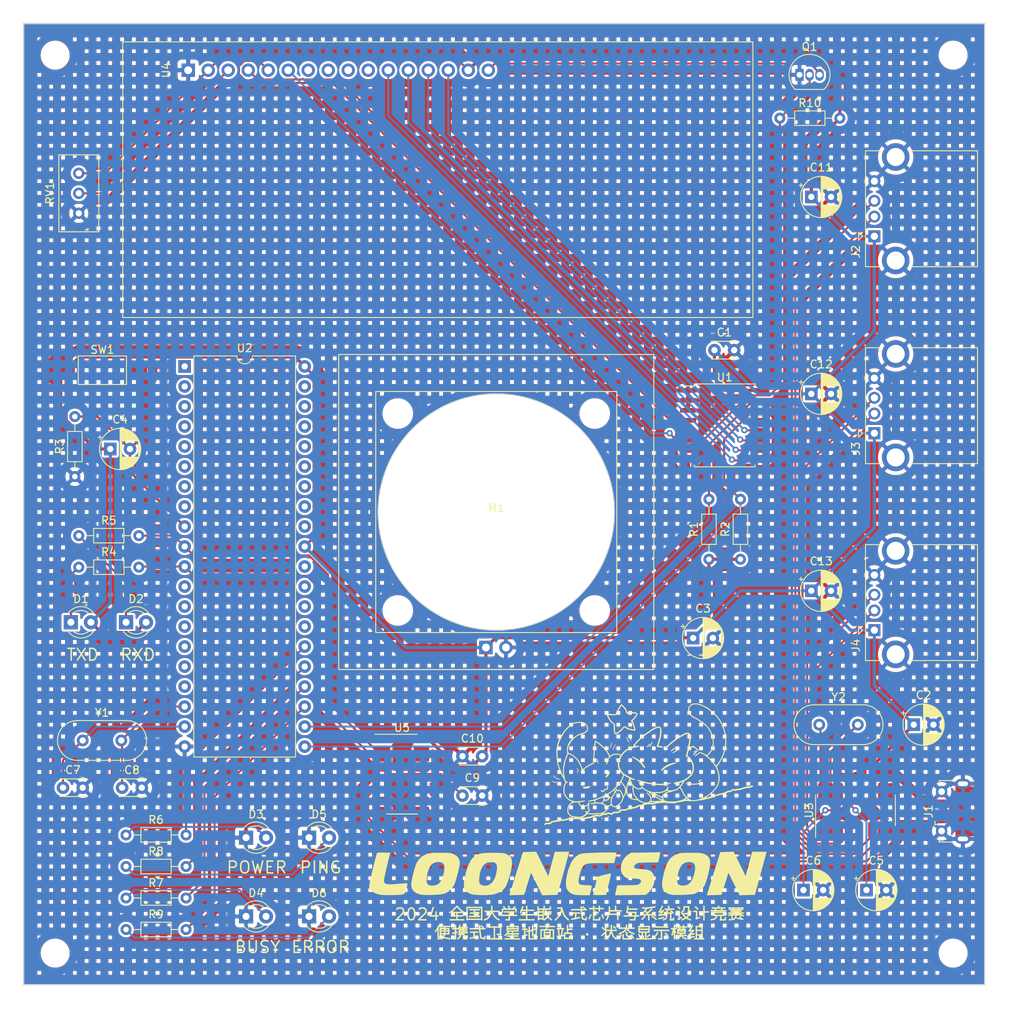
<source format=kicad_pcb>
(kicad_pcb (version 20221018) (generator pcbnew)
  (layers (0 "F.Cu" signal) (31 "B.Cu" signal) (34 "B.Paste" user) (35 "F.Paste" user) (36 "B.SilkS" user "B.Silkscreen") (37 "F.SilkS" user "F.Silkscreen") (38 "B.Mask" user) (39 "F.Mask" user) (44 "Edge.Cuts" user))
  (net 0 "")
  (net 1 "+5V")
  (net 2 "GND")
  (net 3 "Net-(U2-~{RESET})")
  (net 4 "Net-(U3-VDD33)")
  (net 5 "Net-(U3-VDD18)")
  (net 6 "Net-(U2-X2)")
  (net 7 "Net-(U5-V3)")
  (net 8 "Net-(D3-A)")
  (net 9 "Net-(D4-A)")
  (net 10 "/USB_DM")
  (net 11 "/USB_DP")
  (net 13 "/USB2_DM")
  (net 14 "/USB2_DP")
  (net 15 "/USB3_DM")
  (net 16 "/USB3_DP")
  (net 17 "/USB4_DM")
  (net 18 "/USB4_DP")
  (net 19 "/EXP_P3")
  (net 20 "Net-(Q1-C)")
  (net 21 "/MCU_SDA")
  (net 22 "/MCU_SCL")
  (net 23 "/MCU_POWER")
  (net 24 "/MCU_BUSY")
  (net 25 "/MCU_ERROR")
  (net 26 "Net-(U4-VO)")
  (net 27 "/EXP_P0")
  (net 28 "/EXP_P1")
  (net 29 "/EXP_P2")
  (net 30 "/EXP_P4")
  (net 31 "/EXP_P5")
  (net 32 "/EXP_P6")
  (net 33 "/EXP_P7")
  (net 43 "/MCU_TXD")
  (net 44 "/MCU_RXD")
  (net 51 "Net-(U2-X1)")
  (net 64 "/USB1_DM")
  (net 65 "/USB1_DP")
  (net 66 "Net-(U3-XOUT)")
  (net 67 "Net-(U3-XIN)")
  (net 81 "Net-(D1-K)")
  (net 82 "Net-(D2-K)")
  (net 83 "Net-(D5-A)")
  (net 84 "Net-(D6-A)")
  (net 85 "/MCU_PING")
  (footprint "Connector_USB:USB_A_CONNFLY_DS1095-WNR0" (layer "F.Cu") (at 171 90 90)
    (fp_text reference "J3")
    (fp_text value "USB_A")
  )
  (footprint "Capacitor_THT:C_Disc_D3.0mm_W2.0mm_P2.50mm" (layer "F.Cu") (at 150.7 79.45)
    (fp_text reference "C1")
    (fp_text value "0.1uF")
  )
  (footprint "Crystal:Crystal_HC18-U_Vertical" (layer "F.Cu") (at 164 127)
    (fp_text reference "Y2")
    (fp_text value "12MHz")
  )
  (footprint "Resistor_THT:R_Axial_DIN0204_L3.6mm_D1.6mm_P7.62mm_Horizontal" (layer "F.Cu") (at 150 106 90)
    (fp_text reference "R1")
    (fp_text value "10k")
  )
  (footprint "Logo:Loongson" (layer "F.Cu") (at 132.088388 145.845837)
    (fp_text reference "G***" hide)
    (fp_text value "LOGO" hide)
  )
  (footprint "Resistor_THT:R_Axial_DIN0204_L3.6mm_D1.6mm_P7.62mm_Horizontal" (layer "F.Cu") (at 159 50)
    (fp_text reference "R10")
    (fp_text value "4.7k")
  )
  (footprint "MountingHole:MountingHole_3.2mm_M3" (layer "F.Cu") (at 181 156)
    (fp_text reference "H3" hide)
    (fp_text value "MountingHole")
  )
  (footprint "OpenStation:Fan_30x30mm" (layer "F.Cu") (at 123 100)
    (fp_text reference "M1")
    (fp_text value "Fan")
    (fp_circle (center 0 0) (end 15 0) (stroke (width 0.12)) (fill none) (layer "Edge.Cuts"))
  )
  (footprint "Package_DIP:DIP-40_W15.24mm" (layer "F.Cu") (at 83.44 81.52)
    (fp_text reference "U2")
    (fp_text value "AT89C52")
  )
  (footprint "Capacitor_THT:CP_Radial_D5.0mm_P2.50mm" (layer "F.Cu") (at 148 116)
    (fp_text reference "C3")
    (fp_text value "4.7uF")
  )
  (footprint "Connector_USB:USB_A_CONNFLY_DS1095-WNR0" (layer "F.Cu") (at 171 115 90)
    (fp_text reference "J4")
    (fp_text value "USB_A")
  )
  (footprint "Resistor_THT:R_Axial_DIN0204_L3.6mm_D1.6mm_P7.62mm_Horizontal" (layer "F.Cu") (at 69.5 95.5 90)
    (fp_text reference "R3")
    (fp_text value "10k")
  )
  (footprint "LED_THT:LED_D3.0mm" (layer "F.Cu") (at 91.235 141.34)
    (fp_text reference "D3")
    (fp_text value "LED")
  )
  (footprint "Button_Switch_SMD:SW_SPST_FSMSM" (layer "F.Cu") (at 73 82)
    (fp_text reference "SW1")
    (fp_text value "SW_Push")
  )
  (footprint "Resistor_THT:R_Axial_DIN0204_L3.6mm_D1.6mm_P7.62mm_Horizontal" (layer "F.Cu") (at 70 107)
    (fp_text reference "R4")
    (fp_text value "1k")
  )
  (footprint "Capacitor_THT:C_Disc_D3.0mm_W2.0mm_P2.50mm" (layer "F.Cu") (at 118.71 131)
    (fp_text reference "C10")
    (fp_text value "0.1uF")
  )
  (footprint "LED_THT:LED_D3.0mm" (layer "F.Cu") (at 99.235 151.34)
    (fp_text reference "D6")
    (fp_text value "LED")
  )
  (footprint "Capacitor_THT:CP_Radial_D5.0mm_P2.50mm" (layer "F.Cu") (at 74 92)
    (fp_text reference "C4")
    (fp_text value "10uF")
  )
  (footprint "Capacitor_THT:CP_Radial_D5.0mm_P2.50mm" (layer "F.Cu") (at 163 110)
    (fp_text reference "C13")
    (fp_text value "10uF")
  )
  (footprint "Resistor_THT:R_Axial_DIN0204_L3.6mm_D1.6mm_P7.62mm_Horizontal" (layer "F.Cu") (at 76 153)
    (fp_text reference "R9")
    (fp_text value "1k")
  )
  (footprint "Capacitor_THT:CP_Radial_D5.0mm_P2.50mm" (layer "F.Cu") (at 163 60)
    (fp_text reference "C11")
    (fp_text value "10uF")
  )
  (footprint "Potentiometer_THT:Potentiometer_Bourns_3296W_Vertical" (layer "F.Cu") (at 70 57 90)
    (fp_text reference "RV1")
    (fp_text value "100k")
  )
  (footprint "MountingHole:MountingHole_3.2mm_M3" (layer "F.Cu") (at 67 156)
    (fp_text reference "H4" hide)
    (fp_text value "MountingHole")
  )
  (footprint "Package_SO:SOIC-16W_7.5x10.3mm_P1.27mm" (layer "F.Cu") (at 152 89)
    (fp_text reference "U1")
    (fp_text value locked "PCF8574")
  )
  (footprint "Resistor_THT:R_Axial_DIN0204_L3.6mm_D1.6mm_P7.62mm_Horizontal" (layer "F.Cu") (at 76 141)
    (fp_text reference "R6")
    (fp_text value "1k")
  )
  (footprint "Capacitor_THT:C_Disc_D3.0mm_W2.0mm_P2.50mm" (layer "F.Cu") (at 118.71 136)
    (fp_text reference locked "C9")
    (fp_text value "0.1uF")
  )
  (footprint "Connector_USB:USB_Micro-B_Molex-105017-0001" (layer "F.Cu") (at 181 138 90)
    (fp_text reference "J1")
    (fp_text value "USB_B_Micro")
  )
  (footprint "LED_THT:LED_D3.0mm" (layer "F.Cu") (at 99.235 141.34)
    (fp_text reference "D5")
    (fp_text value "LED")
  )
  (footprint "Package_SO:SOIC-16_3.9x9.9mm_P1.27mm" (layer "F.Cu") (at 111.03 133.28)
    (fp_text reference locked "U5")
    (fp_text value "CH340C")
  )
  (footprint "Crystal:Crystal_HC18-U_Vertical" (layer "F.Cu") (at 70.5 129)
    (fp_text reference "Y1")
    (fp_text value "11.0592MHz")
  )
  (footprint "Capacitor_THT:C_Disc_D3.0mm_W2.0mm_P2.50mm" (layer "F.Cu") (at 68 135)
    (fp_text reference "C7")
    (fp_text value "20pF")
  )
  (footprint "Capacitor_THT:CP_Radial_D5.0mm_P2.50mm" (layer "F.Cu") (at 163 85)
    (fp_text reference "C12")
    (fp_text value locked "10uF")
  )
  (footprint "LED_THT:LED_D3.0mm" (layer "F.Cu") (at 76 114)
    (fp_text reference "D2")
    (fp_text value "LED")
  )
  (footprint "Package_SO:SOIC-16_3.9x9.9mm_P1.27mm" (layer "F.Cu") (at 168.605 137.865 90)
    (fp_text reference "U3")
    (fp_text value "SL2.1A")
  )
  (footprint "MountingHole:MountingHole_3.2mm_M3" (layer "F.Cu") (at 67 42)
    (fp_text reference "H1" hide)
    (fp_text value "MountingHole")
  )
  (footprint "Capacitor_THT:CP_Radial_D5.0mm_P2.50mm" (layer "F.Cu") (at 176 127)
    (fp_text reference "C2")
    (fp_text value "10uF")
  )
  (footprint "OpenStation:LCD1602" (layer "F.Cu") (at 83.89 43.91 90)
    (fp_text reference "U4")
    (fp_text value "LCD1602")
  )
  (footprint "Resistor_THT:R_Axial_DIN0204_L3.6mm_D1.6mm_P7.62mm_Horizontal" (layer "F.Cu") (at 70 103)
    (fp_text reference "R5")
    (fp_text value "1k")
  )
  (footprint "Connector_USB:USB_A_CONNFLY_DS1095-WNR0" (layer "F.Cu") (at 171 65 90)
    (fp_text reference "J2")
    (fp_text value "USB_A")
  )
  (footprint "Logo:Cat" (layer "F.Cu") (at 142.18 132.28)
    (fp_text reference "G***" hide)
    (fp_text value "LOGO" hide)
  )
  (footprint "Resistor_THT:R_Axial_DIN0204_L3.6mm_D1.6mm_P7.62mm_Horizontal" (layer "F.Cu") (at 76 149)
    (fp_text reference "R7")
    (fp_text value "1k")
  )
  (footprint "Resistor_THT:R_Axial_DIN0204_L3.6mm_D1.6mm_P7.62mm_Horizontal" (layer "F.Cu") (at 76 145)
    (fp_text reference "R8")
    (fp_text value "1k")
  )
  (footprint "LED_THT:LED_D3.0mm" (layer "F.Cu") (at 69 114)
    (fp_text reference "D1")
    (fp_text value "LED")
  )
  (footprint "MountingHole:MountingHole_3.2mm_M3" (layer "F.Cu") (at 181 42)
    (fp_text reference "H2" hide)
    (fp_text value "MountingHole")
  )
  (footprint "LED_THT:LED_D3.0mm" (layer "F.Cu") (at 91.235 151.34)
    (fp_text reference "D4")
    (fp_text value "LED")
  )
  (footprint "Package_TO_SOT_THT:TO-92_Inline" (layer "F.Cu") (at 161.5 44.5)
    (fp_text reference "Q1")
    (fp_text value "S8050")
  )
  (footprint "Capacitor_THT:C_Disc_D3.0mm_W2.0mm_P2.50mm" (layer "F.Cu") (at 75.5 135)
    (fp_text reference "C8")
    (fp_text value "20pF")
  )
  (footprint "Capacitor_THT:CP_Radial_D5.0mm_P2.50mm" (layer "F.Cu") (at 170 148)
    (fp_text reference "C5")
    (fp_text value "10uF")
  )
  (footprint "Resistor_THT:R_Axial_DIN0204_L3.6mm_D1.6mm_P7.62mm_Horizontal" (layer "F.Cu") (at 154 106 90)
    (fp_text reference "R2")
    (fp_text value "10k")
  )
  (footprint "Capacitor_THT:CP_Radial_D5.0mm_P2.50mm" (layer "F.Cu") (at 162 148)
    (fp_text reference "C6")
    (fp_text value "10uF")
  )
  (gr_rect locked (start 63 38) (end 185 160) (stroke (width 0.15)) (fill none) (layer "Edge.Cuts"))
  (gr_text locked "BUSY" (at 92.7 156.1) (layer "F.SilkS") (effects (font (size 1.5 1.5) (thickness 0.1875)) (justify bottom)))
  (gr_text locked "RXD" (at 77.5 119) (layer "F.SilkS") (effects (font (size 1.5 1.5) (thickness 0.1875)) (justify bottom)))
  (gr_text locked "ERROR" (at 100.7 156.1) (layer "F.SilkS") (effects (font (size 1.5 1.5) (thickness 0.1875)) (justify bottom)))
  (gr_text locked "2024 全国大学生嵌入式芯片与系统设计竞赛\n便携式卫星地面站 · 状态显示模组" (at 132.33 154.38) (layer "F.SilkS") (effects (font (size 1.5 1.5) (thickness 0.1875)) (justify bottom)))
  (gr_text locked "TXD" (at 70.5 119) (layer "F.SilkS") (effects (font (size 1.5 1.5) (thickness 0.1875)) (justify bottom)))
  (gr_text locked "PING" (at 100.7 146) (layer "F.SilkS") (effects (font (size 1.5 1.5) (thickness 0.1875)) (justify bottom)))
  (gr_text locked "POWER" (at 92.6 146) (layer "F.SilkS") (effects (font (size 1.5 1.5) (thickness 0.1875)) (justify bottom)))
  (segment locked (start 88.055 42.285) (end 117.825 42.285) (width 0.25) (layer "F.Cu") (net 1))
  (segment locked (start 150 106) (end 150 114) (width 0.4) (layer "F.Cu") (net 1))
  (segment locked (start 98.68 104.38) (end 99.83 103.23) (width 0.3) (layer "F.Cu") (net 1))
  (segment locked (start 120.01 132.2) (end 117.77 132.2) (width 0.4) (layer "F.Cu") (net 1))
  (segment locked (start 170.51 135.876974) (end 173.933026 139.3) (width 0.4) (layer "F.Cu") (net 1))
  (segment locked (start 121.21 131) (end 120.01 132.2) (width 0.4) (layer "F.Cu") (net 1))
  (segment locked (start 163.608148 42.535) (end 120.825 42.535) (width 0.4) (layer "F.Cu") (net 1))
  (segment locked (start 70.09 80.32) (end 97.48 80.32) (width 0.4) (layer "F.Cu") (net 1))
  (segment locked (start 86.43 43.91) (end 73.34 57) (width 0.25) (layer "F.Cu") (net 1))
  (segment locked (start 114.405 128.835) (end 113.505 128.835) (width 0.4) (layer "F.Cu") (net 1))
  (segment locked (start 173.933026 139.3) (end 179.5375 139.3) (width 0.4) (layer "F.Cu") (net 1))
  (segment locked (start 77.24 115.3) (end 78.54 114) (width 0.4) (layer "F.Cu") (net 1))
  (segment locked (start 121.69 130.52) (end 121.21 131) (width 0.4) (layer "F.Cu") (net 1))
  (segment locked (start 68.41 82) (end 68.4 82.01) (width 0.4) (layer "F.Cu") (net 1))
  (segment locked (start 147.95 115.95) (end 148 116) (width 0.4) (layer "F.Cu") (net 1))
  (segment locked (start 166.62 45.546852) (end 163.608148 42.535) (width 0.4) (layer "F.Cu") (net 1))
  (segment locked (start 97.48 80.32) (end 98.68 81.52) (width 0.4) (layer "F.Cu") (net 1))
  (segment locked (start 170.51 135.39) (end 170.51 132.49) (width 0.4) (layer "F.Cu") (net 1))
  (segment locked (start 154 106) (end 150 106) (width 0.4) (layer "F.Cu") (net 1))
  (segment locked (start 68.4 82.01) (end 68.4 88.335635) (width 0.4) (layer "F.Cu") (net 1))
  (segment locked (start 152.265 84.555) (end 156.65 84.555) (width 0.4) (layer "F.Cu") (net 1))
  (segment locked (start 99.83 103.23) (end 99.83 82.67) (width 0.3) (layer "F.Cu") (net 1))
  (segment locked (start 117.825 42.285) (end 119.45 43.91) (width 0.25) (layer "F.Cu") (net 1))
  (segment locked (start 86.43 43.91) (end 88.055 42.285) (width 0.25) (layer "F.Cu") (net 1))
  (segment locked (start 166.62 50) (end 166.62 45.546852) (width 0.4) (layer "F.Cu") (net 1))
  (segment locked (start 120.825 42.535) (end 119.45 43.91) (width 0.4) (layer "F.Cu") (net 1))
  (segment locked (start 122.94 115.95) (end 147.95 115.95) (width 0.4) (layer "F.Cu") (net 1))
  (segment locked (start 68.4 88.335635) (end 72.064365 92) (width 0.4) (layer "F.Cu") (net 1))
  (segment locked (start 163 60) (end 163 53.62) (width 0.4) (layer "F.Cu") (net 1))
  (segment locked (start 68.41 82) (end 70.09 80.32) (width 0.4) (layer "F.Cu") (net 1))
  (segment locked (start 72.84 115.3) (end 77.24 115.3) (width 0.4) (layer "F.Cu") (net 1))
  (segment locked (start 71.54 114) (end 72.84 115.3) (width 0.4) (layer "F.Cu") (net 1))
  (segment locked (start 121.69 117.2) (end 121.69 130.52) (width 0.4) (layer "F.Cu") (net 1))
  (segment locked (start 72.064365 92) (end 74 92) (width 0.4) (layer "F.Cu") (net 1))
  (segment locked (start 73.34 57) (end 70 57) (width 0.25) (layer "F.Cu") (net 1))
  (segment locked (start 163 53.62) (end 166.62 50) (width 0.4) (layer "F.Cu") (net 1))
  (segment locked (start 99.83 82.67) (end 98.68 81.52) (width 0.3) (layer "F.Cu") (net 1))
  (segment locked (start 170.51 132.49) (end 176 127) (width 0.4) (layer "F.Cu") (net 1))
  (segment locked (start 150 114) (end 148 116) (width 0.4) (layer "F.Cu") (net 1))
  (segment locked (start 150.7 82.99) (end 152.265 84.555) (width 0.4) (layer "F.Cu") (net 1))
  (segment locked (start 150.7 79.45) (end 150.7 82.99) (width 0.4) (layer "F.Cu") (net 1))
  (segment locked (start 121.69 117.2) (end 122.94 115.95) (width 0.4) (layer "F.Cu") (net 1))
  (segment locked (start 117.77 132.2) (end 114.405 128.835) (width 0.4) (layer "F.Cu") (net 1))
  (segment locked (start 171 65) (end 171 77) (width 0.4) (layer "B.Cu") (net 1))
  (segment locked (start 121.69 117.2) (end 111.5 117.2) (width 0.4) (layer "B.Cu") (net 1))
  (segment locked (start 163 110) (end 168 115) (width 0.4) (layer "B.Cu") (net 1))
  (segment locked (start 74 111.54) (end 71.54 114) (width 0.4) (layer "B.Cu") (net 1))
  (segment locked (start 163 85) (end 156.25 85) (width 0.4) (layer "B.Cu") (net 1))
  (segment locked (start 163 60) (end 168 65) (width 0.4) (layer "B.Cu") (net 1))
  (segment locked (start 168 90) (end 171 90) (width 0.4) (layer "B.Cu") (net 1))
  (segment locked (start 171 90) (end 171 102) (width 0.4) (layer "B.Cu") (net 1))
  (segment locked (start 111.5 117.2) (end 98.68 104.38) (width 0.4) (layer "B.Cu") (net 1))
  (segment locked (start 74 92) (end 74 111.54) (width 0.4) (layer "B.Cu") (net 1))
  (segment locked (start 168 115) (end 171 115) (width 0.4) (layer "B.Cu") (net 1))
  (segment locked (start 156.25 85) (end 150.7 79.45) (width 0.4) (layer "B.Cu") (net 1))
  (segment locked (start 148 116) (end 154 110) (width 0.4) (layer "B.Cu") (net 1))
  (segment locked (start 171 77) (end 163 85) (width 0.4) (layer "B.Cu") (net 1))
  (segment locked (start 171 102) (end 163 110) (width 0.4) (layer "B.Cu") (net 1))
  (segment locked (start 163 85) (end 168 90) (width 0.4) (layer "B.Cu") (net 1))
  (segment locked (start 154 110) (end 163 110) (width 0.4) (layer "B.Cu") (net 1))
  (segment locked (start 176 127) (end 171 122) (width 0.4) (layer "B.Cu") (net 1))
  (segment locked (start 171 122) (end 171 115) (width 0.4) (layer "B.Cu") (net 1))
  (segment locked (start 168 65) (end 171 65) (width 0.4) (layer "B.Cu") (net 1))
  (segment locked (start 76.5 94.9) (end 76.5 92) (width 0.3) (layer "F.Cu") (net 3))
  (segment locked (start 83.44 101.84) (end 76.5 94.9) (width 0.3) (layer "F.Cu") (net 3))
  (segment locked (start 77.59 82) (end 77.59 90.91) (width 0.3) (layer "F.Cu") (net 3))
  (segment locked (start 76.5 92) (end 72.38 87.88) (width 0.3) (layer "F.Cu") (net 3))
  (segment locked (start 72.38 87.88) (end 69.5 87.88) (width 0.3) (layer "F.Cu") (net 3))
  (segment locked (start 77.59 90.91) (end 76.5 92) (width 0.3) (layer "F.Cu") (net 3))
  (segment locked (start 167.97 137.23) (end 168.605 137.865) (width 0.25) (layer "F.Cu") (net 4))
  (segment locked (start 167.97 135.39) (end 167.97 137.23) (width 0.25) (layer "F.Cu") (net 4))
  (via locked (at 168.605 137.865) (size 0.8) (drill 0.4) (layers "F.Cu" "B.Cu") (net 4))
  (segment locked (start 170 139.26) (end 170 148) (width 0.25) (layer "B.Cu") (net 4))
  (segment locked (start 168.605 137.865) (end 170 139.26) (width 0.25) (layer "B.Cu") (net 4))
  (segment locked (start 166.7 137.01) (end 166.7 135.39) (width 0.25) (layer "F.Cu") (net 5))
  (segment locked (start 165.845 137.865) (end 166.7 137.01) (width 0.25) (layer "F.Cu") (net 5))
  (segment locked (start 164.78 137.865) (end 165.845 137.865) (width 0.25) (layer "F.Cu") (net 5))
  (via locked (at 164.78 137.865) (size 0.8) (drill 0.4) (layers "F.Cu" "B.Cu") (net 5))
  (segment locked (start 164.78 137.865) (end 162 140.645) (width 0.25) (layer "B.Cu") (net 5))
  (segment locked (start 162 140.645) (end 162 148) (width 0.25) (layer "B.Cu") (net 5))
  (segment locked (start 68 135) (end 68 131.5) (width 0.25) (layer "F.Cu") (net 6))
  (segment locked (start 68 131.5) (end 70.5 129) (width 0.25) (layer "F.Cu") (net 6))
  (segment locked (start 83.44 127.24) (end 72.26 127.24) (width 0.25) (layer "B.Cu") (net 6))
  (segment locked (start 72.26 127.24) (end 70.5 129) (width 0.25) (layer "B.Cu") (net 6))
  (segment locked (start 108.555 132.645) (end 109.18 133.27) (width 0.25) (layer "F.Cu") (net 7))
  (segment locked (start 115.98 133.27) (end 118.71 136) (width 0.25) (layer "F.Cu") (net 7))
  (segment locked (start 109.18 133.27) (end 115.98 133.27) (width 0.25) (layer "F.Cu") (net 7))
  (segment locked (start 92.41 139.975) (end 77.025 139.975) (width 0.25) (layer "B.Cu") (net 8))
  (segment locked (start 77.025 139.975) (end 76 141) (width 0.25) (layer "B.Cu") (net 8))
  (segment locked (start 93.775 141.34) (end 92.41 139.975) (width 0.25) (layer "B.Cu") (net 8))
  (segment locked (start 90.41 147.975) (end 93.775 151.34) (width 0.25) (layer "B.Cu") (net 9))
  (segment locked (start 76 149) (end 77.025 147.975) (width 0.25) (layer "B.Cu") (net 9))
  (segment locked (start 77.025 147.975) (end 90.41 147.975) (width 0.25) (layer "B.Cu") (net 9))
  (segment locked (start 176.31 138.65) (end 173.05 135.39) (width 0.25) (layer "F.Cu") (net 10))
  (segment locked (start 179.5375 138.65) (end 176.31 138.65) (width 0.25) (layer "F.Cu") (net 10))
  (segment locked (start 173.400908 134.09) (end 172.105001 134.09) (width 0.25) (layer "F.Cu") (net 11))
  (segment locked (start 172.105001 134.09) (end 171.78 134.415001) (width 0.25) (layer "F.Cu") (net 11))
  (segment locked (start 177.310908 138) (end 173.400908 134.09) (width 0.25) (layer "F.Cu") (net 11))
  (segment locked (start 171.78 134.415001) (end 171.78 135.39) (width 0.25) (layer "F.Cu") (net 11))
  (segment locked (start 179.5375 138) (end 177.310908 138) (width 0.25) (layer "F.Cu") (net 11))
  (segment locked (start 166.970908 142.99) (end 163.193604 142.99) (width 0.25) (layer "F.Cu") (net 13))
  (segment locked (start 160.975 140.771396) (end 160.975 72.525) (width 0.25) (layer "F.Cu") (net 13))
  (segment locked (start 160.975 72.525) (end 171 62.5) (width 0.25) (layer "F.Cu") (net 13))
  (segment locked (start 169.24 140.720908) (end 166.970908 142.99) (width 0.25) (layer "F.Cu") (net 13))
  (segment locked (start 163.193604 142.99) (end 160.975 140.771396) (width 0.25) (layer "F.Cu") (net 13))
  (segment locked (start 170.51 140.34) (end 170.51 141.314999) (width 0.25) (layer "F.Cu") (net 14))
  (segment locked (start 168.384999 143.44) (end 163.007208 143.44) (width 0.25) (layer "F.Cu") (net 14))
  (segment locked (start 163.007208 143.44) (end 160.525 140.957792) (width 0.25) (layer "F.Cu") (net 14))
  (segment locked (start 160.525 140.957792) (end 160.525 70.975) (width 0.25) (layer "F.Cu") (net 14))
  (segment locked (start 160.525 70.975) (end 171 60.5) (width 0.25) (layer "F.Cu") (net 14))
  (segment locked (start 170.51 141.314999) (end 168.384999 143.44) (width 0.25) (layer "F.Cu") (net 14))
  (segment locked (start 165.924999 142.09) (end 166.7 141.314999) (width 0.25) (layer "F.Cu") (net 15))
  (segment locked (start 171 87.5) (end 161.875 96.625) (width 0.25) (layer "F.Cu") (net 15))
  (segment locked (start 161.875 96.625) (end 161.875 140.342304) (width 0.25) (layer "F.Cu") (net 15))
  (segment locked (start 161.875 140.342304) (end 163.622696 142.09) (width 0.25) (layer "F.Cu") (net 15))
  (segment locked (start 163.622696 142.09) (end 165.924999 142.09) (width 0.25) (layer "F.Cu") (net 15))
  (segment locked (start 166.7 141.314999) (end 166.7 140.34) (width 0.25) (layer "F.Cu") (net 15))
  (segment locked (start 163.38 142.54) (end 161.425 140.585) (width 0.25) (layer "F.Cu") (net 16))
  (segment locked (start 161.425 95.075) (end 171 85.5) (width 0.25) (layer "F.Cu") (net 16))
  (segment locked (start 166.150908 142.54) (end 163.38 142.54) (width 0.25) (layer "F.Cu") (net 16))
  (segment locked (start 167.97 140.720908) (end 166.150908 142.54) (width 0.25) (layer "F.Cu") (net 16))
  (segment locked (start 161.425 140.585) (end 161.425 95.075) (width 0.25) (layer "F.Cu") (net 16))
  (segment locked (start 162.925 139.105) (end 162.925 120.575) (width 0.25) (layer "F.Cu") (net 17))
  (segment locked (start 164.16 140.34) (end 162.925 139.105) (width 0.25) (layer "F.Cu") (net 17))
  (segment locked (start 162.925 120.575) (end 171 112.5) (width 0.25) (layer "F.Cu") (net 17))
  (segment locked (start 165.104999 141.64) (end 163.809092 141.64) (width 0.25) (layer "F.Cu") (net 18))
  (segment locked (start 162.475 119.025) (end 171 110.5) (width 0.25) (layer "F.Cu") (net 18))
  (segment locked (start 163.809092 141.64) (end 162.475 140.305908) (width 0.25) (layer "F.Cu") (net 18))
  (segment locked (start 165.43 141.314999) (end 165.104999 141.64) (width 0.25) (layer "F.Cu") (net 18))
  (segment locked (start 162.475 140.305908) (end 162.475 119.025) (width 0.25) (layer "F.Cu") (net 18))
  (segment locked (start 165.43 140.34) (end 165.43 141.314999) (width 0.25) (layer "F.Cu") (net 18))
  (segment locked (start 154.99 85.2) (end 148.015 92.175) (width 0.25) (layer "F.Cu") (net 19))
  (segment locked (start 162.77 44.5) (end 162.77 46.23) (width 0.25) (layer "F.Cu") (net 19))
  (segment locked (start 159 50) (end 159 83.905908) (width 0.25) (layer "F.Cu") (net 19))
  (segment locked (start 157.705908 85.2) (end 154.99 85.2) (width 0.25) (layer "F.Cu") (net 19))
  (segment locked (start 148.015 92.175) (end 147.35 92.175) (width 0.25) (layer "F.Cu") (net 19))
  (segment locked (start 162.77 46.23) (end 159 50) (width 0.25) (layer "F.Cu") (net 19))
  (segment locked (start 159 83.905908) (end 157.705908 85.2) (width 0.25) (layer "F.Cu") (net 19))
  (segment locked (start 122.84 43.06) (end 121.99 43.91) (width 0.25) (layer "F.Cu") (net 20))
  (segment locked (start 164.04 44.275) (end 162.825 43.06) (width 0.25) (layer "F.Cu") (net 20))
  (segment locked (start 164.04 44.5) (end 164.04 44.275) (width 0.25) (layer "F.Cu") (net 20))
  (segment locked (start 162.825 43.06) (end 122.84 43.06) (width 0.25) (layer "F.Cu") (net 20))
  (segment locked (start 155.625001 85.825) (end 150 91.450001) (width 0.25) (layer "F.Cu") (net 21))
  (segment locked (start 150 91.450001) (end 150 98.38) (width 0.25) (layer "F.Cu") (net 21))
  (segment locked (start 156.65 85.825) (end 155.625001 85.825) (width 0.25) (layer "F.Cu") (net 21))
  (segment locked (start 98.68 127.24) (end 123.694493 127.24) (width 0.25) (layer "B.Cu") (net 21))
  (segment locked (start 123.694493 127.24) (end 150 100.934493) (width 0.25) (layer "B.Cu") (net 21))
  (segment locked (start 150 100.934493) (end 150 98.38) (width 0.25) (layer "B.Cu") (net 21))
  (segment locked (start 151.93 90.790001) (end 151.93 96.31) (width 0.25) (layer "F.Cu") (net 22))
  (segment locked (start 156.65 87.095) (end 155.625001 87.095) (width 0.25) (layer "F.Cu") (net 22))
  (segment locked (start 155.625001 87.095) (end 151.93 90.790001) (width 0.25) (layer "F.Cu") (net 22))
  (segment locked (start 151.93 96.31) (end 154 98.38) (width 0.25) (layer "F.Cu") (net 22))
  (segment locked (start 154 99.41) (end 123.63 129.78) (width 0.25) (layer "B.Cu") (net 22))
  (segment locked (start 123.63 129.78) (end 98.68 129.78) (width 0.25) (layer "B.Cu") (net 22))
  (segment locked (start 154 98.38) (end 154 99.41) (width 0.25) (layer "B.Cu") (net 22))
  (segment locked (start 83.62 141) (end 83.62 132.14) (width 0.25) (layer "F.Cu") (net 23))
  (segment locked (start 83.62 132.14) (end 98.68 117.08) (width 0.25) (layer "F.Cu") (net 23))
  (segment locked (start 85.96 146.66) (end 83.62 149) (width 0.25) (layer "F.Cu") (net 24))
  (segment locked (start 98.68 122.16) (end 85.96 134.88) (width 0.25) (layer "F.Cu") (net 24))
  (segment locked (start 85.96 134.88) (end 85.96 146.66) (width 0.25) (layer "F.Cu") (net 24))
  (segment locked (start 87.24 136.14) (end 87.24 149.38) (width 0.25) (layer "F.Cu") (net 25))
  (segment locked (start 87.24 149.38) (end 83.62 153) (width 0.25) (layer "F.Cu") (net 25))
  (segment locked (start 98.68 124.7) (end 87.24 136.14) (width 0.25) (layer "F.Cu") (net 25))
  (segment locked (start 88.97 43.91) (end 73.34 59.54) (width 0.25) (layer "F.Cu") (net 26))
  (segment locked (start 73.34 59.54) (end 70 59.54) (width 0.25) (layer "F.Cu") (net 26))
  (segment locked (start 146.325001 88.365) (end 103.045001 45.085) (width 0.25) (layer "F.Cu") (net 27))
  (segment locked (start 103.045001 45.085) (end 92.685 45.085) (width 0.25) (layer "F.Cu") (net 27))
  (segment locked (start 92.685 45.085) (end 91.51 43.91) (width 0.25) (layer "F.Cu") (net 27))
  (segment locked (start 147.35 88.365) (end 146.325001 88.365) (width 0.25) (layer "F.Cu") (net 27))
  (segment locked (start 91.473299 45.535) (end 90.335 44.396701) (width 0.25) (layer "F.Cu") (net 28))
  (segment locked (start 90.335 44.396701) (end 90.335 43.423299) (width 0.25) (layer "F.Cu") (net 28))
  (segment locked (start 90.335 43.423299) (end 91.023299 42.735) (width 0.25) (layer "F.Cu") (net 28))
  (segment locked (start 92.875 42.735) (end 94.05 43.91) (width 0.25) (layer "F.Cu") (net 28))
  (segment locked (start 102.225001 45.535) (end 91.473299 45.535) (width 0.25) (layer "F.Cu") (net 28))
  (segment locked (start 146.325001 89.635) (end 102.225001 45.535) (width 0.25) (layer "F.Cu") (net 28))
  (segment locked (start 91.023299 42.735) (end 92.875 42.735) (width 0.25) (layer "F.Cu") (net 28))
  (segment locked (start 147.35 89.635) (end 146.325001 89.635) (width 0.25) (layer "F.Cu") (net 28))
  (segment locked (start 145 90) (end 145.905 90.905) (width 0.25) (layer "F.Cu") (net 29))
  (segment locked (start 145.905 90.905) (end 147.35 90.905) (width 0.25) (layer "F.Cu") (net 29))
  (via locked (at 145 90) (size 0.8) (drill 0.4) (layers "F.Cu" "B.Cu") (net 29))
  (segment locked (start 145 90) (end 142.68 90) (width 0.25) (layer "B.Cu") (net 29))
  (segment locked (start 142.68 90) (end 96.59 43.91) (width 0.25) (layer "B.Cu") (net 29))
  (segment locked (start 153.015 93.445) (end 152.92 93.35) (width 0.25) (layer "F.Cu") (net 30))
  (segment locked (start 156.65 93.445) (end 153.015 93.445) (width 0.25) (layer "F.Cu") (net 30))
  (via locked (at 152.92 93.35) (size 0.8) (drill 0.4) (layers "F.Cu" "B.Cu") (net 30))
  (segment locked (start 109.29 49.72) (end 152.92 93.35) (width 0.25) (layer "B.Cu") (net 30))
  (segment locked (start 109.29 43.91) (end 109.29 49.72) (width 0.25) (layer "B.Cu") (net 30))
  (segment locked (start 153.475 92.175) (end 153.4 92.1) (width 0.25) (layer "F.Cu") (net 31))
  (segment locked (start 156.65 92.175) (end 153.475 92.175) (width 0.25) (layer "F.Cu") (net 31))
  (via locked (at 153.4 92.1) (size 0.8) (drill 0.4) (layers "F.Cu" "B.Cu") (net 31))
  (segment locked (start 153.4 92.1) (end 111.83 50.53) (width 0.25) (layer "B.Cu") (net 31))
  (segment locked (start 111.83 50.53) (end 111.83 43.91) (width 0.25) (layer "B.Cu") (net 31))
  (segment locked (start 154.065 90.905) (end 153.96 90.8) (width 0.25) (layer "F.Cu") (net 32))
  (segment locked (start 156.65 90.905) (end 154.065 90.905) (width 0.25) (layer "F.Cu") (net 32))
  (via locked (at 153.96 90.8) (size 0.8) (drill 0.4) (layers "F.Cu" "B.Cu") (net 32))
  (segment locked (start 114.37 51.21) (end 153.96 90.8) (width 0.25) (layer "B.Cu") (net 32))
  (segment locked (start 114.37 43.91) (end 114.37 51.21) (width 0.25) (layer "B.Cu") (net 32))
  (segment locked (start 156.65 89.635) (end 154.535 89.635) (width 0.25) (layer "F.Cu") (net 33))
  (segment locked (start 154.535 89.635) (end 154.5 89.6) (width 0.25) (layer "F.Cu") (net 33))
  (via locked (at 154.5 89.6) (size 0.8) (drill 0.4) (layers "F.Cu" "B.Cu") (net 33))
  (segment locked (start 154.5 89.6) (end 116.91 52.01) (width 0.25) (layer "B.Cu") (net 33))
  (segment locked (start 116.91 52.01) (end 116.91 43.91) (width 0.25) (layer "B.Cu") (net 33))
  (segment locked (start 100.31 124.104999) (end 107.580001 131.375) (width 0.25) (layer "F.Cu") (net 43))
  (segment locked (start 83.44 106.92) (end 84.616396 108.096396) (width 0.25) (layer "F.Cu") (net 43))
  (segment locked (start 98.916396 108.096396) (end 100.31 109.49) (width 0.25) (layer "F.Cu") (net 43))
  (segment locked (start 84.616396 108.096396) (end 98.916396 108.096396) (width 0.25) (layer "F.Cu") (net 43))
  (segment locked (start 77.7 106.92) (end 77.62 107) (width 0.25) (layer "F.Cu") (net 43))
  (segment locked (start 83.44 106.92) (end 77.7 106.92) (width 0.25) (layer "F.Cu") (net 43))
  (segment locked (start 100.31 109.49) (end 100.31 124.104999) (width 0.25) (layer "F.Cu") (net 43))
  (segment locked (start 107.580001 131.375) (end 108.555 131.375) (width 0.25) (layer "F.Cu") (net 43))
  (segment locked (start 99.215 105.505) (end 84.565 105.505) (width 0.25) (layer "F.Cu") (net 44))
  (segment locked (start 101.62 107.91) (end 99.215 105.505) (width 0.25) (layer "F.Cu") (net 44))
  (segment locked (start 101.62 124.144999) (end 101.62 107.91) (width 0.25) (layer "F.Cu") (net 44))
  (segment locked (start 77.62 103) (end 82.06 103) (width 0.25) (layer "F.Cu") (net 44))
  (segment locked (start 107.580001 130.105) (end 101.62 124.144999) (width 0.25) (layer "F.Cu") (net 44))
  (segment locked (start 108.555 130.105) (end 107.580001 130.105) (width 0.25) (layer "F.Cu") (net 44))
  (segment locked (start 84.565 105.505) (end 83.44 104.38) (width 0.25) (layer "F.Cu") (net 44))
  (segment locked (start 82.06 103) (end 83.44 104.38) (width 0.25) (layer "F.Cu") (net 44))
  (segment locked (start 75.4 129) (end 79.7 124.7) (width 0.25) (layer "F.Cu") (net 51))
  (segment locked (start 79.7 124.7) (end 83.44 124.7) (width 0.25) (layer "F.Cu") (net 51))
  (segment locked (start 75.5 135) (end 75.5 129.1) (width 0.25) (layer "F.Cu") (net 51))
  (segment locked (start 75.5 129.1) (end 75.4 129) (width 0.25) (layer "F.Cu") (net 51))
  (segment locked (start 106.72 138.77) (end 111.84 143.89) (width 0.25) (layer "F.Cu") (net 64))
  (segment locked (start 107.580001 135.185) (end 106.72 136.045001) (width 0.25) (layer "F.Cu") (net 64))
  (segment locked (start 169.204999 143.89) (end 171.78 141.314999) (width 0.25) (layer "F.Cu") (net 64))
  (segment locked (start 106.72 136.045001) (end 106.72 138.77) (width 0.25) (layer "F.Cu") (net 64))
  (segment locked (start 108.555 135.185) (end 107.580001 135.185) (width 0.25) (layer "F.Cu") (net 64))
  (segment locked (start 111.84 143.89) (end 169.204999 143.89) (width 0.25) (layer "F.Cu") (net 64))
  (segment locked (start 171.78 141.314999) (end 171.78 140.34) (width 0.25) (layer "F.Cu") (net 64))
  (segment locked (start 106.27 138.956396) (end 106.27 135.819092) (width 0.25) (layer "F.Cu") (net 65))
  (segment locked (start 173.05 140.34) (end 173.05 141.314999) (width 0.25) (layer "F.Cu") (net 65))
  (segment locked (start 106.27 135.819092) (end 108.174092 133.915) (width 0.25) (layer "F.Cu") (net 65))
  (segment locked (start 170.024999 144.34) (end 111.653604 144.34) (width 0.25) (layer "F.Cu") (net 65))
  (segment locked (start 173.05 141.314999) (end 170.024999 144.34) (width 0.25) (layer "F.Cu") (net 65))
  (segment locked (start 111.653604 144.34) (end 106.27 138.956396) (width 0.25) (layer "F.Cu") (net 65))
  (segment locked (start 165.43 135.39) (end 165.43 130.47) (width 0.25) (layer "F.Cu") (net 66))
  (segment locked (start 165.43 130.47) (end 168.9 127) (width 0.25) (layer "F.Cu") (net 66))
  (segment locked (start 164.16 135.39) (end 164.16 127.16) (width 0.25) (layer "F.Cu") (net 67))
  (segment locked (start 70 107) (end 69 108) (width 0.25) (layer "F.Cu") (net 81))
  (segment locked (start 69 108) (end 69 114) (width 0.25) (layer "F.Cu") (net 81))
  (segment locked (start 76 109) (end 76 114) (width 0.25) (layer "F.Cu") (net 82))
  (segment locked (start 70 103) (end 76 109) (width 0.25) (layer "F.Cu") (net 82))
  (segment locked (start 97.09 146.025) (end 77.025 146.025) (width 0.25) (layer "B.Cu") (net 83))
  (segment locked (start 101.775 141.34) (end 97.09 146.025) (width 0.25) (layer "B.Cu") (net 83))
  (segment locked (start 77.025 146.025) (end 76 145) (width 0.25) (layer "B.Cu") (net 83))
  (segment locked (start 99.09 154.025) (end 77.025 154.025) (width 0.25) (layer "B.Cu") (net 84))
  (segment locked (start 101.775 151.34) (end 99.09 154.025) (width 0.25) (layer "B.Cu") (net 84))
  (segment locked (start 77.025 154.025) (end 76 153) (width 0.25) (layer "B.Cu") (net 84))
  (segment locked (start 84.645 133.655) (end 84.645 143.975) (width 0.25) (layer "F.Cu") (net 85))
  (segment locked (start 98.68 119.62) (end 84.645 133.655) (width 0.25) (layer "F.Cu") (net 85))
  (segment locked (start 84.645 143.975) (end 83.62 145) (width 0.25) (layer "F.Cu") (net 85))
  (zone locked (net 2) (net_name "GND") (layers "F&B.Cu") (connect_pads (clearance 0.3)) (min_thickness 0.25) (fill yes (mode hatch) (thermal_gap 0.5) (thermal_bridge_width 0.5) (hatch_thickness 1) (hatch_gap 0.5) (hatch_orientation 0) (hatch_border_algorithm hatch_thickness) (hatch_min_hole_area 0.3))
    (polygon (pts (xy 60 35) (xy 190 35) (xy 190 165) (xy 60 165)))
  )
)
</source>
